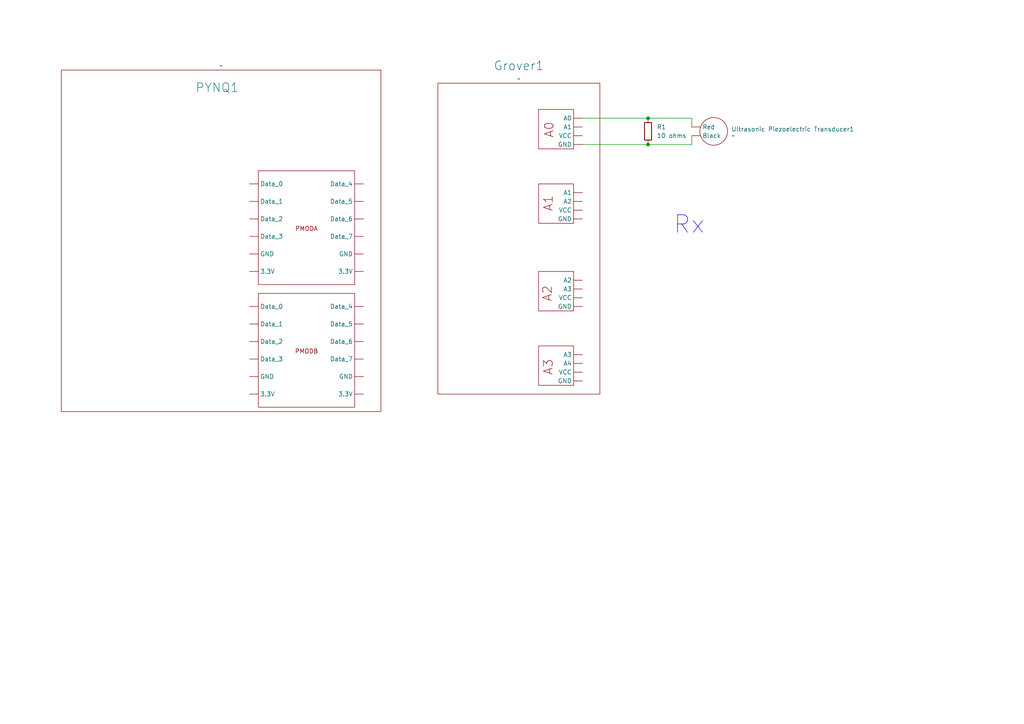
<source format=kicad_sch>
(kicad_sch (version 20231120) (generator "eeschema") (generator_version "8.0")
  (paper "A4")
  (lib_symbols
    (symbol "CapstoneSymbols:Grover"
      (property "Reference" "Grover" (at 0 1.016 0))
      (symbol "Grover_0_1"
        (rectangle (start -45.72 10.16) (end 44.45 -36.83))
        (rectangle (start -43.18 -19.05) (end -31.75 -29.21))
        (rectangle (start -21.59 -19.05) (end -10.16 -29.21))
        (rectangle (start 3.81 -19.05) (end 15.24 -29.21))
        (rectangle (start 25.4 -19.05) (end 36.83 -29.21))
      )
      (symbol "Grover_1_1"
        (text "A0" (at 30.988 -22.098 0) (effects (font (size 2.54 2.54))))
        (text "A1" (at 9.652 -21.844 0) (effects (font (size 2.54 2.54))))
        (text "A2" (at -16.51 -21.59 0) (effects (font (size 2.54 2.54))))
        (text "A3" (at -37.846 -21.844 0) (effects (font (size 2.54 2.54))))
        (pin input line (at 34.29 -31.75 90) (length 2.54) (name "A0") (number ""))
        (pin input line (at 12.7 -31.75 90) (length 2.54) (name "A1") (number ""))
        (pin input line (at 31.75 -31.75 90) (length 2.54) (name "A1") (number ""))
        (pin input line (at -12.7 -31.75 90) (length 2.54) (name "A2") (number ""))
        (pin input line (at 10.16 -31.75 90) (length 2.54) (name "A2") (number ""))
        (pin input line (at -34.29 -31.75 90) (length 2.54) (name "A3") (number ""))
        (pin input line (at -15.24 -31.75 90) (length 2.54) (name "A3") (number ""))
        (pin input line (at -36.83 -31.75 90) (length 2.54) (name "A4") (number ""))
        (pin input line (at -41.91 -31.75 90) (length 2.54) (name "GND") (number ""))
        (pin input line (at -20.32 -31.75 90) (length 2.54) (name "GND") (number ""))
        (pin input line (at 5.08 -31.75 90) (length 2.54) (name "GND") (number ""))
        (pin input line (at 26.67 -31.75 90) (length 2.54) (name "GND") (number ""))
        (pin input line (at -39.37 -31.75 90) (length 2.54) (name "VCC") (number ""))
        (pin input line (at -17.78 -31.75 90) (length 2.54) (name "VCC") (number ""))
        (pin input line (at 7.62 -31.75 90) (length 2.54) (name "VCC") (number ""))
        (pin input line (at 29.21 -31.75 90) (length 2.54) (name "VCC") (number ""))
      )
    )
    (symbol "CapstoneSymbols:PYNQ-Z2"
      (property "Reference" "PYNQ" (at 0.508 45.72 0))
      (symbol "PYNQ-Z2_0_1"
        (rectangle (start -45.72 49.53) (end 46.99 -49.53))
        (rectangle (start 11.43 -15.24) (end 39.37 -48.26))
        (rectangle (start 11.43 20.32) (end 39.37 -12.7))
      )
      (symbol "PYNQ-Z2_1_1"
        (text "PMODA" (at 25.4 3.556 0) (effects (font (size 1.27 1.27))))
        (text "PMODB" (at 25.4 -32.004 0) (effects (font (size 1.27 1.27))))
        (pin input line (at 8.89 -44.45 0) (length 2.54) (name "3.3V") (number ""))
        (pin input line (at 8.89 -8.89 0) (length 2.54) (name "3.3V") (number ""))
        (pin input line (at 41.91 -44.45 180) (length 2.54) (name "3.3V") (number ""))
        (pin input line (at 41.91 -8.89 180) (length 2.54) (name "3.3V") (number ""))
        (pin input line (at 8.89 -19.05 0) (length 2.54) (name "Data_0") (number ""))
        (pin input line (at 8.89 16.51 0) (length 2.54) (name "Data_0") (number ""))
        (pin input line (at 8.89 -24.13 0) (length 2.54) (name "Data_1") (number ""))
        (pin input line (at 8.89 11.43 0) (length 2.54) (name "Data_1") (number ""))
        (pin input line (at 8.89 -29.21 0) (length 2.54) (name "Data_2") (number ""))
        (pin input line (at 8.89 6.35 0) (length 2.54) (name "Data_2") (number ""))
        (pin input line (at 8.89 -34.29 0) (length 2.54) (name "Data_3") (number ""))
        (pin input line (at 8.89 1.27 0) (length 2.54) (name "Data_3") (number ""))
        (pin input line (at 41.91 -19.05 180) (length 2.54) (name "Data_4") (number ""))
        (pin input line (at 41.91 16.51 180) (length 2.54) (name "Data_4") (number ""))
        (pin input line (at 41.91 -24.13 180) (length 2.54) (name "Data_5") (number ""))
        (pin input line (at 41.91 11.43 180) (length 2.54) (name "Data_5") (number ""))
        (pin input line (at 41.91 -29.21 180) (length 2.54) (name "Data_6") (number ""))
        (pin input line (at 41.91 6.35 180) (length 2.54) (name "Data_6") (number ""))
        (pin input line (at 41.91 -34.29 180) (length 2.54) (name "Data_7") (number ""))
        (pin input line (at 41.91 1.27 180) (length 2.54) (name "Data_7") (number ""))
        (pin input line (at 8.89 -39.37 0) (length 2.54) (name "GND") (number ""))
        (pin input line (at 8.89 -3.81 0) (length 2.54) (name "GND") (number ""))
        (pin input line (at 41.91 -39.37 180) (length 2.54) (name "GND") (number ""))
        (pin input line (at 41.91 -3.81 180) (length 2.54) (name "GND") (number ""))
      )
    )
    (symbol "CapstoneSymbols:Ultrasonic_Piezoelectric_Transducer"
      (property "Reference" "Ultrasonic Piezoelectric Transducer" (at 0 0 0))
      (symbol "Ultrasonic_Piezoelectric_Transducer_1_1"
        (circle (center 0 -5.08) (radius 4.0161))
        (pin input line (at -6.35 -6.35 0) (length 2.54) (name "Black") (number ""))
        (pin input line (at -6.35 -3.81 0) (length 2.54) (name "Red") (number ""))
      )
    )
    (symbol "Device:R" (pin_numbers hide) (pin_names (offset 0))
      (property "Reference" "R" (at 2.032 0 90))
      (property "Value" "R" (at 0 0 90))
      (symbol "R_0_1"
        (rectangle (start -1.016 -2.54) (end 1.016 2.54) (stroke (width 0.254)))
      )
      (symbol "R_1_1"
        (pin passive line (at 0 3.81 270) (length 1.27) (name "~") (number "1"))
        (pin passive line (at 0 -3.81 90) (length 1.27) (name "~") (number "2"))
      )
    )
  )
  (junction (at 187.96 34.29))
  (junction (at 187.96 41.91))
  (wire (pts (xy 200.66 36.83) (xy 200.66 34.29)))
  (wire (pts (xy 168.91 41.91) (xy 187.96 41.91)))
  (wire (pts (xy 187.96 41.91) (xy 200.66 41.91)))
  (wire (pts (xy 200.66 39.37) (xy 200.66 41.91)))
  (wire (pts (xy 200.66 34.29) (xy 187.96 34.29)))
  (wire (pts (xy 187.96 34.29) (xy 168.91 34.29)))
  (text "Rx" (at 199.898 65.278 0) (effects (font (size 5.08 5.08))))
  (symbol (lib_id "Device:R") (at 187.96 38.1 0) (unit 1)
    (property "Reference" "R1" (at 190.5 36.8299 0) (effects (justify left)))
    (property "Value" "10 ohms" (at 190.5 39.3699 0) (effects (justify left)))
    (property "Description" "Resistor" (effects (hide yes)))
  )
  (symbol (lib_id "CapstoneSymbols:Ultrasonic_Piezoelectric_Transducer") (at 207.01 33.02 0) (unit 1)
    (property "Reference" "Ultrasonic Piezoelectric Transducer1" (at 212.09 37.4649 0) (effects (justify left)))
    (property "Value" "~" (at 212.09 39.37 0) (effects (justify left)))
  )
  (symbol (lib_id "CapstoneSymbols:Grover") (at 137.16 68.58 90) (unit 1)
    (property "Reference" "Grover1" (at 150.495 19.05 90) (effects (font (size 2.54 2.54))))
    (property "Value" "~" (at 150.495 22.86 90))
  )
  (symbol (lib_id "CapstoneSymbols:PYNQ-Z2") (at 63.5 69.85 0) (unit 1)
    (property "Reference" "PYNQ1" (at 62.992 25.4 0) (effects (font (size 2.54 2.54))))
    (property "Value" "~" (at 64.135 19.05 0))
  )
)
</source>
